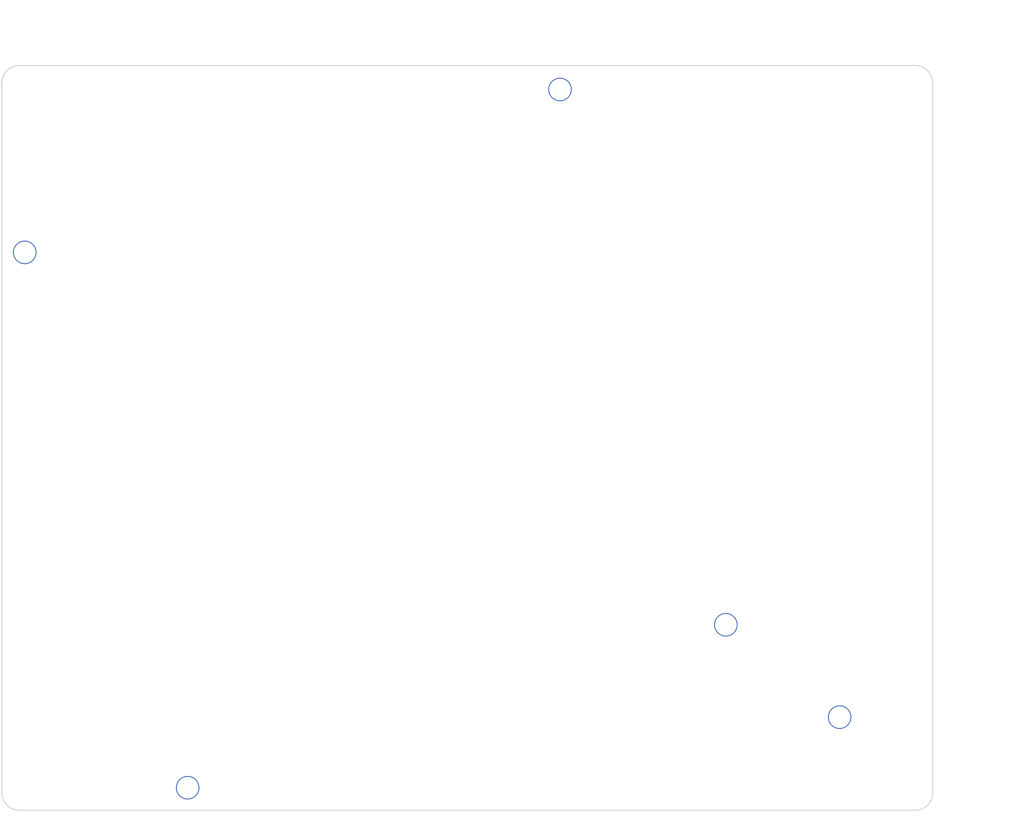
<source format=kicad_pcb>
(kicad_pcb (version 20171130) (host pcbnew "(5.0.1-3-g963ef8bb5)")

  (general
    (thickness 1.6)
    (drawings 10)
    (tracks 0)
    (zones 0)
    (modules 5)
    (nets 1)
  )

  (page A4)
  (layers
    (0 F.Cu signal)
    (31 B.Cu signal)
    (32 B.Adhes user)
    (33 F.Adhes user)
    (34 B.Paste user)
    (35 F.Paste user)
    (36 B.SilkS user)
    (37 F.SilkS user)
    (38 B.Mask user)
    (39 F.Mask user)
    (40 Dwgs.User user)
    (41 Cmts.User user)
    (42 Eco1.User user)
    (43 Eco2.User user)
    (44 Edge.Cuts user)
    (45 Margin user)
    (46 B.CrtYd user)
    (47 F.CrtYd user)
    (48 B.Fab user)
    (49 F.Fab user)
  )

  (setup
    (last_trace_width 0.25)
    (user_trace_width 0.5)
    (trace_clearance 0.2)
    (zone_clearance 0.508)
    (zone_45_only no)
    (trace_min 0.2)
    (segment_width 0.12)
    (edge_width 0.1)
    (via_size 0.8)
    (via_drill 0.4)
    (via_min_size 0.4)
    (via_min_drill 0.3)
    (uvia_size 0.3)
    (uvia_drill 0.1)
    (uvias_allowed no)
    (uvia_min_size 0.2)
    (uvia_min_drill 0.1)
    (pcb_text_width 0.3)
    (pcb_text_size 1.5 1.5)
    (mod_edge_width 0.15)
    (mod_text_size 1 1)
    (mod_text_width 0.15)
    (pad_size 4 4)
    (pad_drill 4)
    (pad_to_mask_clearance 0)
    (solder_mask_min_width 0.25)
    (aux_axis_origin 0 0)
    (visible_elements FFFFFF7F)
    (pcbplotparams
      (layerselection 0x010f0_ffffffff)
      (usegerberextensions false)
      (usegerberattributes false)
      (usegerberadvancedattributes false)
      (creategerberjobfile false)
      (excludeedgelayer true)
      (linewidth 0.100000)
      (plotframeref false)
      (viasonmask false)
      (mode 1)
      (useauxorigin false)
      (hpglpennumber 1)
      (hpglpenspeed 20)
      (hpglpendiameter 15.000000)
      (psnegative false)
      (psa4output false)
      (plotreference true)
      (plotvalue true)
      (plotinvisibletext false)
      (padsonsilk false)
      (subtractmaskfromsilk false)
      (outputformat 1)
      (mirror false)
      (drillshape 0)
      (scaleselection 1)
      (outputdirectory ""))
  )

  (net 0 "")

  (net_class Default "これはデフォルトのネット クラスです。"
    (clearance 0.2)
    (trace_width 0.25)
    (via_dia 0.8)
    (via_drill 0.4)
    (uvia_dia 0.3)
    (uvia_drill 0.1)
  )

  (module phi-kbd-library:M2_SCREW_HOLE (layer F.Cu) (tedit 5D0CEF27) (tstamp 5EED4B4C)
    (at 108.38208 111.252392)
    (descr "Mounting Hole 2.2mm, no annular, M2")
    (tags "mounting hole 2.2mm no annular m2")
    (attr virtual)
    (fp_text reference Ref** (at 0 -3.2) (layer F.Fab)
      (effects (font (size 1 1) (thickness 0.15)))
    )
    (fp_text value Val** (at 0 3.2) (layer F.Fab)
      (effects (font (size 1 1) (thickness 0.15)))
    )
    (fp_circle (center 0 0) (end 0 1.75) (layer F.Fab) (width 0.15))
    (fp_text user %R (at 0.3 0) (layer F.Fab)
      (effects (font (size 1 1) (thickness 0.15)))
    )
    (pad "" np_thru_hole circle (at 0 0) (size 2.4 2.4) (drill 2.2) (layers *.Cu *.Mask))
    (model ${KISYS3DMOD}/phi-kbd.3dshapes/M2_Screw.step
      (at (xyz 0 0 0))
      (scale (xyz 1 1 1))
      (rotate (xyz 0 0 0))
    )
  )

  (module phi-kbd-library:M2_SCREW_HOLE (layer F.Cu) (tedit 5D0CEF27) (tstamp 5EED4B66)
    (at 41.67212 118.467884)
    (descr "Mounting Hole 2.2mm, no annular, M2")
    (tags "mounting hole 2.2mm no annular m2")
    (attr virtual)
    (fp_text reference Ref** (at 0 -3.2) (layer F.Fab)
      (effects (font (size 1 1) (thickness 0.15)))
    )
    (fp_text value Val** (at 0 3.2) (layer F.Fab)
      (effects (font (size 1 1) (thickness 0.15)))
    )
    (fp_circle (center 0 0) (end 0 1.75) (layer F.Fab) (width 0.15))
    (fp_text user %R (at 0.3 0) (layer F.Fab)
      (effects (font (size 1 1) (thickness 0.15)))
    )
    (pad "" np_thru_hole circle (at 0 0) (size 2.4 2.4) (drill 2.2) (layers *.Cu *.Mask))
    (model ${KISYS3DMOD}/phi-kbd.3dshapes/M2_Screw.step
      (at (xyz 0 0 0))
      (scale (xyz 1 1 1))
      (rotate (xyz 0 0 0))
    )
  )

  (module phi-kbd-library:M2_SCREW_HOLE (layer F.Cu) (tedit 5D0CEF27) (tstamp 5EED4B80)
    (at 79.772344 47.029964)
    (descr "Mounting Hole 2.2mm, no annular, M2")
    (tags "mounting hole 2.2mm no annular m2")
    (attr virtual)
    (fp_text reference Ref** (at 0 -3.2) (layer F.Fab)
      (effects (font (size 1 1) (thickness 0.15)))
    )
    (fp_text value Val** (at 0 3.2) (layer F.Fab)
      (effects (font (size 1 1) (thickness 0.15)))
    )
    (fp_circle (center 0 0) (end 0 1.75) (layer F.Fab) (width 0.15))
    (fp_text user %R (at 0.3 0) (layer F.Fab)
      (effects (font (size 1 1) (thickness 0.15)))
    )
    (pad "" np_thru_hole circle (at 0 0) (size 2.4 2.4) (drill 2.2) (layers *.Cu *.Mask))
    (model ${KISYS3DMOD}/phi-kbd.3dshapes/M2_Screw.step
      (at (xyz 0 0 0))
      (scale (xyz 1 1 1))
      (rotate (xyz 0 0 0))
    )
  )

  (module phi-kbd-library:M2_SCREW_HOLE (layer F.Cu) (tedit 5D0CEF27) (tstamp 5ED4F4C4)
    (at 25.003272 63.698812)
    (descr "Mounting Hole 2.2mm, no annular, M2")
    (tags "mounting hole 2.2mm no annular m2")
    (attr virtual)
    (fp_text reference Ref** (at 0 -3.2) (layer F.Fab)
      (effects (font (size 1 1) (thickness 0.15)))
    )
    (fp_text value Val** (at 0 3.2) (layer F.Fab)
      (effects (font (size 1 1) (thickness 0.15)))
    )
    (fp_circle (center 0 0) (end 0 1.75) (layer F.Fab) (width 0.15))
    (fp_text user %R (at 0.3 0) (layer F.Fab)
      (effects (font (size 1 1) (thickness 0.15)))
    )
    (pad "" np_thru_hole circle (at 0 0) (size 2.4 2.4) (drill 2.2) (layers *.Cu *.Mask))
    (model ${KISYS3DMOD}/phi-kbd.3dshapes/M2_Screw.step
      (at (xyz 0 0 0))
      (scale (xyz 1 1 1))
      (rotate (xyz 0 0 0))
    )
  )

  (module phi-kbd-library:M2_SCREW_HOLE (layer F.Cu) (tedit 5D0CEF27) (tstamp 5ED4FB41)
    (at 96.73885 101.799036)
    (descr "Mounting Hole 2.2mm, no annular, M2")
    (tags "mounting hole 2.2mm no annular m2")
    (attr virtual)
    (fp_text reference Ref** (at 0 -3.2) (layer F.Fab)
      (effects (font (size 1 1) (thickness 0.15)))
    )
    (fp_text value Val** (at 0 3.2) (layer F.Fab)
      (effects (font (size 1 1) (thickness 0.15)))
    )
    (fp_circle (center 0 0) (end 0 1.75) (layer F.Fab) (width 0.15))
    (fp_text user %R (at 0.3 0) (layer F.Fab)
      (effects (font (size 1 1) (thickness 0.15)))
    )
    (pad "" np_thru_hole circle (at 0 0) (size 2.4 2.4) (drill 2.2) (layers *.Cu *.Mask))
    (model ${KISYS3DMOD}/phi-kbd.3dshapes/M2_Screw.step
      (at (xyz 0 0 0))
      (scale (xyz 1 1 1))
      (rotate (xyz 0 0 0))
    )
  )

  (dimension 76.200448 (width 0.3) (layer Cmts.User)
    (gr_text "76.200 mm" (at 125.330412 82.748924 270) (layer Cmts.User)
      (effects (font (size 1.5 1.5) (thickness 0.3)))
    )
    (feature1 (pts (xy 119.658516 120.849148) (xy 123.816833 120.849148)))
    (feature2 (pts (xy 119.658516 44.6487) (xy 123.816833 44.6487)))
    (crossbar (pts (xy 123.230412 44.6487) (xy 123.230412 120.849148)))
    (arrow1a (pts (xy 123.230412 120.849148) (xy 122.643991 119.722644)))
    (arrow1b (pts (xy 123.230412 120.849148) (xy 123.816833 119.722644)))
    (arrow2a (pts (xy 123.230412 44.6487) (xy 122.643991 45.775204)))
    (arrow2b (pts (xy 123.230412 44.6487) (xy 123.816833 45.775204)))
  )
  (dimension 95.25056 (width 0.3) (layer Cmts.User)
    (gr_text "95.251 mm" (at 70.247288 38.976804) (layer Cmts.User)
      (effects (font (size 1.5 1.5) (thickness 0.3)))
    )
    (feature1 (pts (xy 117.872568 42.862752) (xy 117.872568 40.490383)))
    (feature2 (pts (xy 22.622008 42.862752) (xy 22.622008 40.490383)))
    (crossbar (pts (xy 22.622008 41.076804) (xy 117.872568 41.076804)))
    (arrow1a (pts (xy 117.872568 41.076804) (xy 116.746064 41.663225)))
    (arrow1b (pts (xy 117.872568 41.076804) (xy 116.746064 40.490383)))
    (arrow2a (pts (xy 22.622008 41.076804) (xy 23.748512 41.663225)))
    (arrow2b (pts (xy 22.622008 41.076804) (xy 23.748512 40.490383)))
  )
  (gr_arc (start 116.121188 46.362948) (end 117.907136 46.362948) (angle -90) (layer Edge.Cuts) (width 0.1))
  (gr_arc (start 116.121188 118.9915) (end 116.121188 120.777448) (angle -90) (layer Edge.Cuts) (width 0.1))
  (gr_arc (start 24.442524 118.9915) (end 22.656576 118.9915) (angle -90) (layer Edge.Cuts) (width 0.1))
  (gr_arc (start 24.442524 46.362948) (end 24.442524 44.577) (angle -90) (layer Edge.Cuts) (width 0.12))
  (gr_line (start 116.121188 44.577) (end 24.442524 44.577) (layer Edge.Cuts) (width 0.1))
  (gr_line (start 117.907136 118.9915) (end 117.907136 46.362948) (layer Edge.Cuts) (width 0.1))
  (gr_line (start 24.442524 120.777448) (end 116.121188 120.777448) (layer Edge.Cuts) (width 0.1))
  (gr_line (start 22.656576 46.362948) (end 22.656576 118.9915) (layer Edge.Cuts) (width 0.1))

)

</source>
